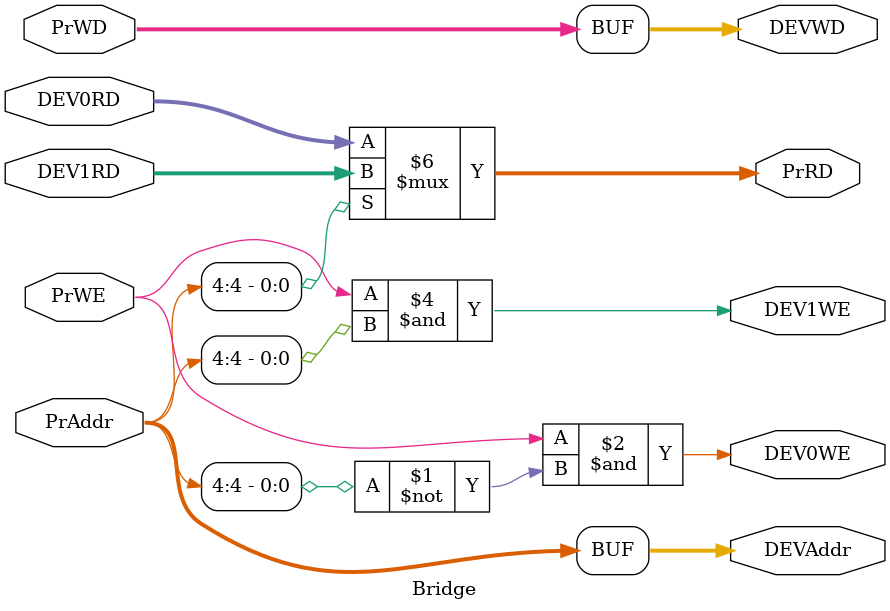
<source format=v>
`timescale 1ns / 1ps
module Bridge(

/// from processor
	// Processor caculate the DevAddr out, pass it to the Dev
    input [31:2] PrAddr,
	
    input [31:0] PrWD, // gonna write DEV **from Processor**
	input PrWE,	// Write Enable signal, gonna write Device??

	/// from Devices
    input [31:0] DEV0RD,	// ReadData from DEV0
    input [31:0] DEV1RD,	// ReadData from DEV1
	
	// Pr read from DEV
    output [31:0] PrRD,
	
	// pass from Pr to DEV
    output [31:2] DEVAddr,
    output [31:0] DEVWD,
	
    output DEV0WE,
    output DEV1WE
    );
	
	assign DEVAddr = PrAddr;
	
	// if gonna write
	assign DEVWD = PrWD;
	assign	DEV0WE = PrWE & (PrAddr[4] == 0),
			DEV1WE = PrWE & (PrAddr[4] == 1);
			
	// read logic
	assign PrRD = (PrAddr[4] == 0)? DEV0RD : DEV1RD;
endmodule

</source>
